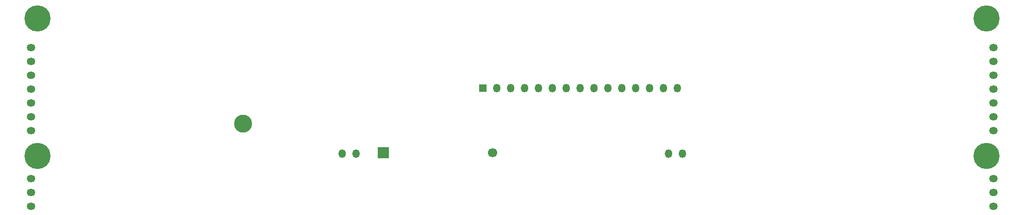
<source format=gbr>
G04 DipTrace 3.1.0.1*
G04 Bottom-Clock-IN12e.BottomPaste.gbr*
%MOIN*%
G04 #@! TF.FileFunction,Paste,Bot*
G04 #@! TF.Part,Single*
%ADD110C,0.129764*%
%ADD112C,0.188819*%
%ADD120C,0.066772*%
%ADD122R,0.078583X0.078583*%
%ADD124O,0.061969X0.051969*%
%ADD126O,0.051969X0.061969*%
%ADD128R,0.051969X0.056969*%
%ADD130O,0.051969X0.061969*%
%FSLAX26Y26*%
G04*
G70*
G90*
G75*
G01*
G04 BotPaste*
%LPD*%
D130*
X3828268Y1338898D3*
X4228268D3*
X4128268D3*
X4028268D3*
X3928268D3*
D128*
X3728268D3*
D126*
X4328268Y1337717D3*
X4428268D3*
X4828268Y1338898D3*
X4728268D3*
D124*
X472756Y1531417D3*
Y1631417D3*
Y1331417D3*
Y1431417D3*
Y1131417D3*
Y1031417D3*
Y1231417D3*
Y684567D3*
Y484567D3*
Y584567D3*
D126*
X2812520Y866457D3*
X2712520D3*
X5162126D3*
X5062126D3*
D124*
X7401890Y1531417D3*
Y1631417D3*
Y1331417D3*
Y1431417D3*
Y1131417D3*
Y1031417D3*
Y1231417D3*
Y684961D3*
Y484567D3*
Y584567D3*
D122*
X3010157Y870394D3*
D120*
X3797559D3*
D126*
X5028268Y1338898D3*
X5128268D3*
X4928268D3*
D112*
X520000Y1842835D3*
Y846772D3*
X7354646Y1842835D3*
Y846772D3*
D110*
X2000315Y1082992D3*
D126*
X4528268Y1338898D3*
X4628268D3*
M02*

</source>
